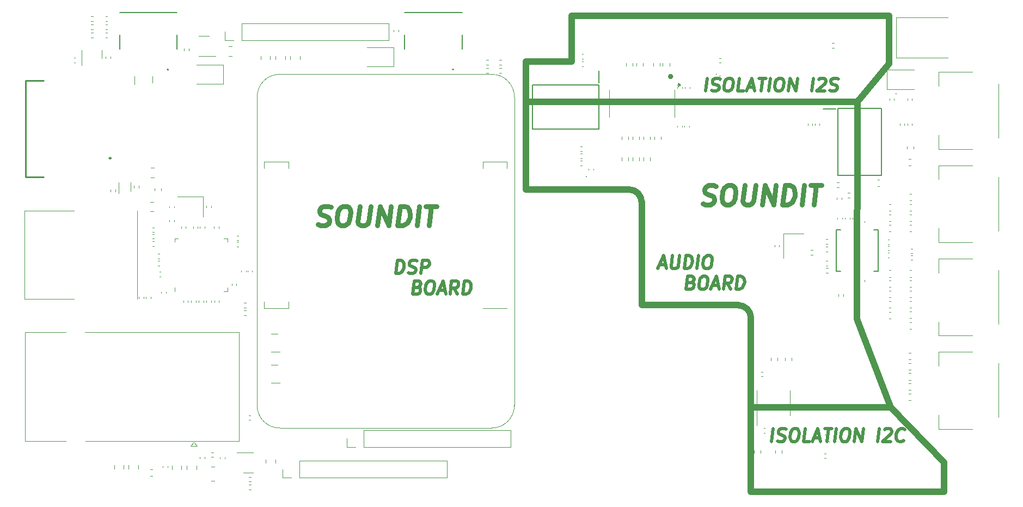
<source format=gbr>
%TF.GenerationSoftware,KiCad,Pcbnew,(6.0.8)*%
%TF.CreationDate,2022-12-14T13:01:19+09:00*%
%TF.ProjectId,audio,61756469-6f2e-46b6-9963-61645f706362,rev?*%
%TF.SameCoordinates,Original*%
%TF.FileFunction,Legend,Top*%
%TF.FilePolarity,Positive*%
%FSLAX46Y46*%
G04 Gerber Fmt 4.6, Leading zero omitted, Abs format (unit mm)*
G04 Created by KiCad (PCBNEW (6.0.8)) date 2022-12-14 13:01:19*
%MOMM*%
%LPD*%
G01*
G04 APERTURE LIST*
%ADD10C,1.000000*%
%ADD11C,0.750000*%
%ADD12C,0.500000*%
%ADD13C,0.150000*%
%ADD14C,0.120000*%
%ADD15C,0.100000*%
%ADD16C,0.127000*%
%ADD17C,0.200000*%
%ADD18C,0.254000*%
%ADD19C,0.420555*%
G04 APERTURE END LIST*
D10*
X94500000Y-29500000D02*
G75*
G03*
X92500000Y-27500000I-2000000J0D01*
G01*
X141500000Y-74500000D02*
X111500000Y-74500000D01*
X92500000Y-27500000D02*
X76500000Y-27500000D01*
X76500000Y-7600000D02*
X83600000Y-7600000D01*
X83600000Y-500000D02*
X133000000Y-500000D01*
X111500000Y-47500000D02*
G75*
G03*
X109500000Y-45500000I-2000000J0D01*
G01*
X111600000Y-61400000D02*
X133200000Y-61400000D01*
X128000000Y-47700000D02*
X128100000Y-13900000D01*
X109500000Y-45500000D02*
X94500000Y-45500000D01*
X133000000Y-8000000D02*
X133000000Y-500000D01*
X128000000Y-14000000D02*
X133000000Y-8000000D01*
X133200000Y-61400000D02*
X128000000Y-47700000D01*
X128100000Y-13900000D02*
X76500000Y-13900000D01*
X141500000Y-69900000D02*
X133200000Y-61400000D01*
X83600000Y-7600000D02*
X83600000Y-500000D01*
X141500000Y-69900000D02*
X141500000Y-74500000D01*
X111500000Y-47500000D02*
X111500000Y-74500000D01*
X76500000Y-27500000D02*
X76500000Y-7600000D01*
X94500000Y-45500000D02*
X94500000Y-29500000D01*
D11*
X104005267Y-29714285D02*
X104415982Y-29857142D01*
X105130267Y-29857142D01*
X105433839Y-29714285D01*
X105594553Y-29571428D01*
X105773125Y-29285714D01*
X105808839Y-29000000D01*
X105701696Y-28714285D01*
X105576696Y-28571428D01*
X105308839Y-28428571D01*
X104755267Y-28285714D01*
X104487410Y-28142857D01*
X104362410Y-28000000D01*
X104255267Y-27714285D01*
X104290982Y-27428571D01*
X104469553Y-27142857D01*
X104630267Y-27000000D01*
X104933839Y-26857142D01*
X105648125Y-26857142D01*
X106058839Y-27000000D01*
X107933839Y-26857142D02*
X108505267Y-26857142D01*
X108773125Y-27000000D01*
X109023125Y-27285714D01*
X109094553Y-27857142D01*
X108969553Y-28857142D01*
X108755267Y-29428571D01*
X108433839Y-29714285D01*
X108130267Y-29857142D01*
X107558839Y-29857142D01*
X107290982Y-29714285D01*
X107040982Y-29428571D01*
X106969553Y-28857142D01*
X107094553Y-27857142D01*
X107308839Y-27285714D01*
X107630267Y-27000000D01*
X107933839Y-26857142D01*
X110505267Y-26857142D02*
X110201696Y-29285714D01*
X110308839Y-29571428D01*
X110433839Y-29714285D01*
X110701696Y-29857142D01*
X111273125Y-29857142D01*
X111576696Y-29714285D01*
X111737410Y-29571428D01*
X111915982Y-29285714D01*
X112219553Y-26857142D01*
X113273125Y-29857142D02*
X113648125Y-26857142D01*
X114987410Y-29857142D01*
X115362410Y-26857142D01*
X116415982Y-29857142D02*
X116790982Y-26857142D01*
X117505267Y-26857142D01*
X117915982Y-27000000D01*
X118165982Y-27285714D01*
X118273125Y-27571428D01*
X118344553Y-28142857D01*
X118290982Y-28571428D01*
X118076696Y-29142857D01*
X117898125Y-29428571D01*
X117576696Y-29714285D01*
X117130267Y-29857142D01*
X116415982Y-29857142D01*
X119415982Y-29857142D02*
X119790982Y-26857142D01*
X120790982Y-26857142D02*
X122505267Y-26857142D01*
X121273125Y-29857142D02*
X121648125Y-26857142D01*
D12*
X56262559Y-40544761D02*
X56512559Y-38544761D01*
X56988750Y-38544761D01*
X57262559Y-38640000D01*
X57429226Y-38830476D01*
X57500654Y-39020952D01*
X57548273Y-39401904D01*
X57512559Y-39687619D01*
X57369702Y-40068571D01*
X57250654Y-40259047D01*
X57036369Y-40449523D01*
X56738750Y-40544761D01*
X56262559Y-40544761D01*
X58179226Y-40449523D02*
X58453035Y-40544761D01*
X58929226Y-40544761D01*
X59131607Y-40449523D01*
X59238750Y-40354285D01*
X59357797Y-40163809D01*
X59381607Y-39973333D01*
X59310178Y-39782857D01*
X59226845Y-39687619D01*
X59048273Y-39592380D01*
X58679226Y-39497142D01*
X58500654Y-39401904D01*
X58417321Y-39306666D01*
X58345892Y-39116190D01*
X58369702Y-38925714D01*
X58488750Y-38735238D01*
X58595892Y-38640000D01*
X58798273Y-38544761D01*
X59274464Y-38544761D01*
X59548273Y-38640000D01*
X60167321Y-40544761D02*
X60417321Y-38544761D01*
X61179226Y-38544761D01*
X61357797Y-38640000D01*
X61441130Y-38735238D01*
X61512559Y-38925714D01*
X61476845Y-39211428D01*
X61357797Y-39401904D01*
X61250654Y-39497142D01*
X61048273Y-39592380D01*
X60286369Y-39592380D01*
X59679226Y-42717142D02*
X59953035Y-42812380D01*
X60036369Y-42907619D01*
X60107797Y-43098095D01*
X60072083Y-43383809D01*
X59953035Y-43574285D01*
X59845892Y-43669523D01*
X59643511Y-43764761D01*
X58881607Y-43764761D01*
X59131607Y-41764761D01*
X59798273Y-41764761D01*
X59976845Y-41860000D01*
X60060178Y-41955238D01*
X60131607Y-42145714D01*
X60107797Y-42336190D01*
X59988750Y-42526666D01*
X59881607Y-42621904D01*
X59679226Y-42717142D01*
X59012559Y-42717142D01*
X61512559Y-41764761D02*
X61893511Y-41764761D01*
X62072083Y-41860000D01*
X62238750Y-42050476D01*
X62286369Y-42431428D01*
X62203035Y-43098095D01*
X62060178Y-43479047D01*
X61845892Y-43669523D01*
X61643511Y-43764761D01*
X61262559Y-43764761D01*
X61083988Y-43669523D01*
X60917321Y-43479047D01*
X60869702Y-43098095D01*
X60953035Y-42431428D01*
X61095892Y-42050476D01*
X61310178Y-41860000D01*
X61512559Y-41764761D01*
X62953035Y-43193333D02*
X63905416Y-43193333D01*
X62691130Y-43764761D02*
X63607797Y-41764761D01*
X64024464Y-43764761D01*
X65833988Y-43764761D02*
X65286369Y-42812380D01*
X64691130Y-43764761D02*
X64941130Y-41764761D01*
X65703035Y-41764761D01*
X65881607Y-41860000D01*
X65964940Y-41955238D01*
X66036369Y-42145714D01*
X66000654Y-42431428D01*
X65881607Y-42621904D01*
X65774464Y-42717142D01*
X65572083Y-42812380D01*
X64810178Y-42812380D01*
X66691130Y-43764761D02*
X66941130Y-41764761D01*
X67417321Y-41764761D01*
X67691130Y-41860000D01*
X67857797Y-42050476D01*
X67929226Y-42240952D01*
X67976845Y-42621904D01*
X67941130Y-42907619D01*
X67798273Y-43288571D01*
X67679226Y-43479047D01*
X67464940Y-43669523D01*
X67167321Y-43764761D01*
X66691130Y-43764761D01*
X104467797Y-12204761D02*
X104717797Y-10204761D01*
X105336845Y-12109523D02*
X105610654Y-12204761D01*
X106086845Y-12204761D01*
X106289226Y-12109523D01*
X106396369Y-12014285D01*
X106515416Y-11823809D01*
X106539226Y-11633333D01*
X106467797Y-11442857D01*
X106384464Y-11347619D01*
X106205892Y-11252380D01*
X105836845Y-11157142D01*
X105658273Y-11061904D01*
X105574940Y-10966666D01*
X105503511Y-10776190D01*
X105527321Y-10585714D01*
X105646369Y-10395238D01*
X105753511Y-10300000D01*
X105955892Y-10204761D01*
X106432083Y-10204761D01*
X106705892Y-10300000D01*
X107955892Y-10204761D02*
X108336845Y-10204761D01*
X108515416Y-10300000D01*
X108682083Y-10490476D01*
X108729702Y-10871428D01*
X108646369Y-11538095D01*
X108503511Y-11919047D01*
X108289226Y-12109523D01*
X108086845Y-12204761D01*
X107705892Y-12204761D01*
X107527321Y-12109523D01*
X107360654Y-11919047D01*
X107313035Y-11538095D01*
X107396369Y-10871428D01*
X107539226Y-10490476D01*
X107753511Y-10300000D01*
X107955892Y-10204761D01*
X110372559Y-12204761D02*
X109420178Y-12204761D01*
X109670178Y-10204761D01*
X111015416Y-11633333D02*
X111967797Y-11633333D01*
X110753511Y-12204761D02*
X111670178Y-10204761D01*
X112086845Y-12204761D01*
X112717797Y-10204761D02*
X113860654Y-10204761D01*
X113039226Y-12204761D02*
X113289226Y-10204761D01*
X114277321Y-12204761D02*
X114527321Y-10204761D01*
X115860654Y-10204761D02*
X116241607Y-10204761D01*
X116420178Y-10300000D01*
X116586845Y-10490476D01*
X116634464Y-10871428D01*
X116551130Y-11538095D01*
X116408273Y-11919047D01*
X116193988Y-12109523D01*
X115991607Y-12204761D01*
X115610654Y-12204761D01*
X115432083Y-12109523D01*
X115265416Y-11919047D01*
X115217797Y-11538095D01*
X115301130Y-10871428D01*
X115443988Y-10490476D01*
X115658273Y-10300000D01*
X115860654Y-10204761D01*
X117324940Y-12204761D02*
X117574940Y-10204761D01*
X118467797Y-12204761D01*
X118717797Y-10204761D01*
X120943988Y-12204761D02*
X121193988Y-10204761D01*
X122027321Y-10395238D02*
X122134464Y-10300000D01*
X122336845Y-10204761D01*
X122813035Y-10204761D01*
X122991607Y-10300000D01*
X123074940Y-10395238D01*
X123146369Y-10585714D01*
X123122559Y-10776190D01*
X122991607Y-11061904D01*
X121705892Y-12204761D01*
X122943988Y-12204761D01*
X123717797Y-12109523D02*
X123991607Y-12204761D01*
X124467797Y-12204761D01*
X124670178Y-12109523D01*
X124777321Y-12014285D01*
X124896369Y-11823809D01*
X124920178Y-11633333D01*
X124848750Y-11442857D01*
X124765416Y-11347619D01*
X124586845Y-11252380D01*
X124217797Y-11157142D01*
X124039226Y-11061904D01*
X123955892Y-10966666D01*
X123884464Y-10776190D01*
X123908273Y-10585714D01*
X124027321Y-10395238D01*
X124134464Y-10300000D01*
X124336845Y-10204761D01*
X124813035Y-10204761D01*
X125086845Y-10300000D01*
X114720178Y-66704761D02*
X114970178Y-64704761D01*
X115589226Y-66609523D02*
X115863035Y-66704761D01*
X116339226Y-66704761D01*
X116541607Y-66609523D01*
X116648750Y-66514285D01*
X116767797Y-66323809D01*
X116791607Y-66133333D01*
X116720178Y-65942857D01*
X116636845Y-65847619D01*
X116458273Y-65752380D01*
X116089226Y-65657142D01*
X115910654Y-65561904D01*
X115827321Y-65466666D01*
X115755892Y-65276190D01*
X115779702Y-65085714D01*
X115898750Y-64895238D01*
X116005892Y-64800000D01*
X116208273Y-64704761D01*
X116684464Y-64704761D01*
X116958273Y-64800000D01*
X118208273Y-64704761D02*
X118589226Y-64704761D01*
X118767797Y-64800000D01*
X118934464Y-64990476D01*
X118982083Y-65371428D01*
X118898750Y-66038095D01*
X118755892Y-66419047D01*
X118541607Y-66609523D01*
X118339226Y-66704761D01*
X117958273Y-66704761D01*
X117779702Y-66609523D01*
X117613035Y-66419047D01*
X117565416Y-66038095D01*
X117648750Y-65371428D01*
X117791607Y-64990476D01*
X118005892Y-64800000D01*
X118208273Y-64704761D01*
X120624940Y-66704761D02*
X119672559Y-66704761D01*
X119922559Y-64704761D01*
X121267797Y-66133333D02*
X122220178Y-66133333D01*
X121005892Y-66704761D02*
X121922559Y-64704761D01*
X122339226Y-66704761D01*
X122970178Y-64704761D02*
X124113035Y-64704761D01*
X123291607Y-66704761D02*
X123541607Y-64704761D01*
X124529702Y-66704761D02*
X124779702Y-64704761D01*
X126113035Y-64704761D02*
X126493988Y-64704761D01*
X126672559Y-64800000D01*
X126839226Y-64990476D01*
X126886845Y-65371428D01*
X126803511Y-66038095D01*
X126660654Y-66419047D01*
X126446369Y-66609523D01*
X126243988Y-66704761D01*
X125863035Y-66704761D01*
X125684464Y-66609523D01*
X125517797Y-66419047D01*
X125470178Y-66038095D01*
X125553511Y-65371428D01*
X125696369Y-64990476D01*
X125910654Y-64800000D01*
X126113035Y-64704761D01*
X127577321Y-66704761D02*
X127827321Y-64704761D01*
X128720178Y-66704761D01*
X128970178Y-64704761D01*
X131196369Y-66704761D02*
X131446369Y-64704761D01*
X132279702Y-64895238D02*
X132386845Y-64800000D01*
X132589226Y-64704761D01*
X133065416Y-64704761D01*
X133243988Y-64800000D01*
X133327321Y-64895238D01*
X133398750Y-65085714D01*
X133374940Y-65276190D01*
X133243988Y-65561904D01*
X131958273Y-66704761D01*
X133196369Y-66704761D01*
X135220178Y-66514285D02*
X135113035Y-66609523D01*
X134815416Y-66704761D01*
X134624940Y-66704761D01*
X134351130Y-66609523D01*
X134184464Y-66419047D01*
X134113035Y-66228571D01*
X134065416Y-65847619D01*
X134101130Y-65561904D01*
X134243988Y-65180952D01*
X134363035Y-64990476D01*
X134577321Y-64800000D01*
X134874940Y-64704761D01*
X135065416Y-64704761D01*
X135339226Y-64800000D01*
X135422559Y-64895238D01*
D11*
X44145267Y-32964285D02*
X44555982Y-33107142D01*
X45270267Y-33107142D01*
X45573839Y-32964285D01*
X45734553Y-32821428D01*
X45913125Y-32535714D01*
X45948839Y-32250000D01*
X45841696Y-31964285D01*
X45716696Y-31821428D01*
X45448839Y-31678571D01*
X44895267Y-31535714D01*
X44627410Y-31392857D01*
X44502410Y-31250000D01*
X44395267Y-30964285D01*
X44430982Y-30678571D01*
X44609553Y-30392857D01*
X44770267Y-30250000D01*
X45073839Y-30107142D01*
X45788125Y-30107142D01*
X46198839Y-30250000D01*
X48073839Y-30107142D02*
X48645267Y-30107142D01*
X48913125Y-30250000D01*
X49163125Y-30535714D01*
X49234553Y-31107142D01*
X49109553Y-32107142D01*
X48895267Y-32678571D01*
X48573839Y-32964285D01*
X48270267Y-33107142D01*
X47698839Y-33107142D01*
X47430982Y-32964285D01*
X47180982Y-32678571D01*
X47109553Y-32107142D01*
X47234553Y-31107142D01*
X47448839Y-30535714D01*
X47770267Y-30250000D01*
X48073839Y-30107142D01*
X50645267Y-30107142D02*
X50341696Y-32535714D01*
X50448839Y-32821428D01*
X50573839Y-32964285D01*
X50841696Y-33107142D01*
X51413125Y-33107142D01*
X51716696Y-32964285D01*
X51877410Y-32821428D01*
X52055982Y-32535714D01*
X52359553Y-30107142D01*
X53413125Y-33107142D02*
X53788125Y-30107142D01*
X55127410Y-33107142D01*
X55502410Y-30107142D01*
X56555982Y-33107142D02*
X56930982Y-30107142D01*
X57645267Y-30107142D01*
X58055982Y-30250000D01*
X58305982Y-30535714D01*
X58413125Y-30821428D01*
X58484553Y-31392857D01*
X58430982Y-31821428D01*
X58216696Y-32392857D01*
X58038125Y-32678571D01*
X57716696Y-32964285D01*
X57270267Y-33107142D01*
X56555982Y-33107142D01*
X59555982Y-33107142D02*
X59930982Y-30107142D01*
X60930982Y-30107142D02*
X62645267Y-30107142D01*
X61413125Y-33107142D02*
X61788125Y-30107142D01*
D12*
X97282083Y-39223333D02*
X98234464Y-39223333D01*
X97020178Y-39794761D02*
X97936845Y-37794761D01*
X98353511Y-39794761D01*
X99270178Y-37794761D02*
X99067797Y-39413809D01*
X99139226Y-39604285D01*
X99222559Y-39699523D01*
X99401130Y-39794761D01*
X99782083Y-39794761D01*
X99984464Y-39699523D01*
X100091607Y-39604285D01*
X100210654Y-39413809D01*
X100413035Y-37794761D01*
X101115416Y-39794761D02*
X101365416Y-37794761D01*
X101841607Y-37794761D01*
X102115416Y-37890000D01*
X102282083Y-38080476D01*
X102353511Y-38270952D01*
X102401130Y-38651904D01*
X102365416Y-38937619D01*
X102222559Y-39318571D01*
X102103511Y-39509047D01*
X101889226Y-39699523D01*
X101591607Y-39794761D01*
X101115416Y-39794761D01*
X103115416Y-39794761D02*
X103365416Y-37794761D01*
X104698750Y-37794761D02*
X105079702Y-37794761D01*
X105258273Y-37890000D01*
X105424940Y-38080476D01*
X105472559Y-38461428D01*
X105389226Y-39128095D01*
X105246369Y-39509047D01*
X105032083Y-39699523D01*
X104829702Y-39794761D01*
X104448750Y-39794761D01*
X104270178Y-39699523D01*
X104103511Y-39509047D01*
X104055892Y-39128095D01*
X104139226Y-38461428D01*
X104282083Y-38080476D01*
X104496369Y-37890000D01*
X104698750Y-37794761D01*
X102198750Y-41967142D02*
X102472559Y-42062380D01*
X102555892Y-42157619D01*
X102627321Y-42348095D01*
X102591607Y-42633809D01*
X102472559Y-42824285D01*
X102365416Y-42919523D01*
X102163035Y-43014761D01*
X101401130Y-43014761D01*
X101651130Y-41014761D01*
X102317797Y-41014761D01*
X102496369Y-41110000D01*
X102579702Y-41205238D01*
X102651130Y-41395714D01*
X102627321Y-41586190D01*
X102508273Y-41776666D01*
X102401130Y-41871904D01*
X102198750Y-41967142D01*
X101532083Y-41967142D01*
X104032083Y-41014761D02*
X104413035Y-41014761D01*
X104591607Y-41110000D01*
X104758273Y-41300476D01*
X104805892Y-41681428D01*
X104722559Y-42348095D01*
X104579702Y-42729047D01*
X104365416Y-42919523D01*
X104163035Y-43014761D01*
X103782083Y-43014761D01*
X103603511Y-42919523D01*
X103436845Y-42729047D01*
X103389226Y-42348095D01*
X103472559Y-41681428D01*
X103615416Y-41300476D01*
X103829702Y-41110000D01*
X104032083Y-41014761D01*
X105472559Y-42443333D02*
X106424940Y-42443333D01*
X105210654Y-43014761D02*
X106127321Y-41014761D01*
X106543988Y-43014761D01*
X108353511Y-43014761D02*
X107805892Y-42062380D01*
X107210654Y-43014761D02*
X107460654Y-41014761D01*
X108222559Y-41014761D01*
X108401130Y-41110000D01*
X108484464Y-41205238D01*
X108555892Y-41395714D01*
X108520178Y-41681428D01*
X108401130Y-41871904D01*
X108293988Y-41967142D01*
X108091607Y-42062380D01*
X107329702Y-42062380D01*
X109210654Y-43014761D02*
X109460654Y-41014761D01*
X109936845Y-41014761D01*
X110210654Y-41110000D01*
X110377321Y-41300476D01*
X110448750Y-41490952D01*
X110496369Y-41871904D01*
X110460654Y-42157619D01*
X110317797Y-42538571D01*
X110198750Y-42729047D01*
X109984464Y-42919523D01*
X109686845Y-43014761D01*
X109210654Y-43014761D01*
D13*
%TO.C,U9*%
X100098380Y-11241378D02*
X100336476Y-11241378D01*
X100241238Y-11479473D02*
X100336476Y-11241378D01*
X100241238Y-11003282D01*
X100526952Y-11384235D02*
X100336476Y-11241378D01*
X100526952Y-11098520D01*
X100098380Y-11241378D02*
X100336476Y-11241378D01*
X100241238Y-11479473D02*
X100336476Y-11241378D01*
X100241238Y-11003282D01*
X100526952Y-11384235D02*
X100336476Y-11241378D01*
X100526952Y-11098520D01*
D14*
%TO.C,C10*%
X28760000Y-44792164D02*
X28760000Y-45007836D01*
X28040000Y-44792164D02*
X28040000Y-45007836D01*
%TO.C,R53*%
X91377500Y-19737258D02*
X91377500Y-19262742D01*
X92422500Y-19737258D02*
X92422500Y-19262742D01*
%TO.C,C62*%
X113492164Y-64640000D02*
X113707836Y-64640000D01*
X113492164Y-65360000D02*
X113707836Y-65360000D01*
%TO.C,C78*%
X123165336Y-65650000D02*
X122949664Y-65650000D01*
X123165336Y-66370000D02*
X122949664Y-66370000D01*
%TO.C,R1*%
X33446359Y-73420000D02*
X33753641Y-73420000D01*
X33446359Y-74180000D02*
X33753641Y-74180000D01*
%TO.C,R43*%
X96277500Y-7862742D02*
X96277500Y-8337258D01*
X97322500Y-7862742D02*
X97322500Y-8337258D01*
%TO.C,C51*%
X136392164Y-37740000D02*
X136607836Y-37740000D01*
X136392164Y-38460000D02*
X136607836Y-38460000D01*
%TO.C,C87*%
X136159420Y-32990000D02*
X136440580Y-32990000D01*
X136159420Y-34010000D02*
X136440580Y-34010000D01*
%TO.C,C8*%
X18561252Y-30935000D02*
X18038748Y-30935000D01*
X18561252Y-29465000D02*
X18038748Y-29465000D01*
%TO.C,C57*%
X132792164Y-36040000D02*
X133007836Y-36040000D01*
X132792164Y-35320000D02*
X133007836Y-35320000D01*
D15*
%TO.C,U12*%
X85780000Y-25485000D02*
X85780000Y-25485000D01*
X85880000Y-25485000D02*
X85880000Y-25485000D01*
X85880000Y-25485000D02*
G75*
G03*
X85780000Y-25485000I-50000J0D01*
G01*
X85780000Y-25485000D02*
G75*
G03*
X85880000Y-25485000I50000J0D01*
G01*
D14*
%TO.C,C79*%
X142150000Y-790000D02*
X134090000Y-790000D01*
X134090000Y-790000D02*
X134090000Y-7010000D01*
X134090000Y-7010000D02*
X142150000Y-7010000D01*
%TO.C,C106*%
X136059420Y-23810000D02*
X136340580Y-23810000D01*
X136059420Y-22790000D02*
X136340580Y-22790000D01*
%TO.C,U1*%
X10560000Y-6500000D02*
X10560000Y-5850000D01*
X7440000Y-6500000D02*
X7440000Y-5850000D01*
X10560000Y-6500000D02*
X10560000Y-7150000D01*
X7440000Y-6500000D02*
X7440000Y-8175000D01*
%TO.C,R33*%
X127746359Y-43220000D02*
X128053641Y-43220000D01*
X127746359Y-43980000D02*
X128053641Y-43980000D01*
%TO.C,C18*%
X39865000Y-7261252D02*
X39865000Y-6738748D01*
X41335000Y-7261252D02*
X41335000Y-6738748D01*
%TO.C,C21*%
X20760000Y-70707836D02*
X20760000Y-70492164D01*
X20040000Y-70707836D02*
X20040000Y-70492164D01*
%TO.C,U8*%
X33320000Y-71530000D02*
X34120000Y-71530000D01*
X33320000Y-68410000D02*
X31520000Y-68410000D01*
X33320000Y-68410000D02*
X34120000Y-68410000D01*
X33320000Y-71530000D02*
X32520000Y-71530000D01*
%TO.C,C112*%
X136159420Y-29210000D02*
X136440580Y-29210000D01*
X136159420Y-28190000D02*
X136440580Y-28190000D01*
%TO.C,C109*%
X133240580Y-32410000D02*
X132959420Y-32410000D01*
X133240580Y-31390000D02*
X132959420Y-31390000D01*
D15*
%TO.C,J14*%
X145925000Y-21250000D02*
X140700000Y-21250000D01*
X145925000Y-9250000D02*
X140700000Y-9250000D01*
X149950000Y-19450000D02*
X149950000Y-11050000D01*
X140700000Y-21250000D02*
X140700000Y-19050000D01*
X140700000Y-9250000D02*
X140700000Y-11450000D01*
D14*
%TO.C,C2*%
X11140000Y-7107836D02*
X11140000Y-6892164D01*
X11860000Y-7107836D02*
X11860000Y-6892164D01*
%TO.C,C38*%
X17410000Y-44417836D02*
X17410000Y-44202164D01*
X18130000Y-44417836D02*
X18130000Y-44202164D01*
%TO.C,R49*%
X116777500Y-54137258D02*
X116777500Y-53662742D01*
X117822500Y-54137258D02*
X117822500Y-53662742D01*
%TO.C,C68*%
X120340000Y-17507836D02*
X120340000Y-17292164D01*
X121060000Y-17507836D02*
X121060000Y-17292164D01*
%TO.C,C37*%
X16310000Y-44417836D02*
X16310000Y-44202164D01*
X17030000Y-44417836D02*
X17030000Y-44202164D01*
%TO.C,C97*%
X136340580Y-56090000D02*
X136059420Y-56090000D01*
X136340580Y-57110000D02*
X136059420Y-57110000D01*
D16*
%TO.C,J5*%
X66570000Y20000D02*
X57630000Y20000D01*
X57630000Y-3450000D02*
X57630000Y-5650000D01*
X66570000Y-3450000D02*
X66570000Y-5650000D01*
D17*
X65248000Y-8830000D02*
G75*
G03*
X65248000Y-8830000I-100000J0D01*
G01*
D14*
%TO.C,J2*%
X25377500Y-67387500D02*
X24377500Y-67387500D01*
X24377500Y-67387500D02*
X24877500Y-66787500D01*
X25377500Y-67387500D02*
X24877500Y-66787500D01*
X-1372500Y-49667500D02*
X-1372500Y-66657500D01*
X31847500Y-49667500D02*
X31847500Y-66657500D01*
X7957500Y-49667500D02*
X31847500Y-49667500D01*
X31847500Y-66657500D02*
X7967500Y-66657500D01*
X-1372500Y-66657500D02*
X4957500Y-66657500D01*
X-1372500Y-49667500D02*
X4967500Y-49667500D01*
%TO.C,Y1*%
X26300000Y-28590000D02*
X22300000Y-28590000D01*
X26300000Y-31790000D02*
X26300000Y-28590000D01*
%TO.C,C25*%
X36735000Y-7261252D02*
X36735000Y-6738748D01*
X35265000Y-7261252D02*
X35265000Y-6738748D01*
%TO.C,C41*%
X84992164Y-23760000D02*
X85207836Y-23760000D01*
X84992164Y-23040000D02*
X85207836Y-23040000D01*
%TO.C,C14*%
X25250000Y-11110000D02*
X29460000Y-11110000D01*
X29460000Y-8090000D02*
X25250000Y-8090000D01*
X29460000Y-11110000D02*
X29460000Y-8090000D01*
%TO.C,R14*%
X8846359Y-3120000D02*
X9153641Y-3120000D01*
X8846359Y-3880000D02*
X9153641Y-3880000D01*
%TO.C,C5*%
X32950000Y-40122164D02*
X32950000Y-40337836D01*
X32230000Y-40122164D02*
X32230000Y-40337836D01*
%TO.C,C22*%
X19497836Y-37510000D02*
X19282164Y-37510000D01*
X19497836Y-38230000D02*
X19282164Y-38230000D01*
%TO.C,C73*%
X51750000Y-8410000D02*
X55960000Y-8410000D01*
X55960000Y-8410000D02*
X55960000Y-5390000D01*
X55960000Y-5390000D02*
X51750000Y-5390000D01*
%TO.C,R35*%
X124106359Y-4710000D02*
X124413641Y-4710000D01*
X124106359Y-5470000D02*
X124413641Y-5470000D01*
%TO.C,C71*%
X134665000Y-17507836D02*
X134665000Y-17292164D01*
X135385000Y-17507836D02*
X135385000Y-17292164D01*
%TO.C,CM4_MODULE1*%
X39590000Y-46000000D02*
X39590000Y-45000000D01*
X39590000Y-23200000D02*
X35810000Y-23200000D01*
X69810000Y-23200000D02*
X69810000Y-24200000D01*
X38200000Y-64600000D02*
X71200000Y-64600000D01*
X73510000Y-46000000D02*
X69810000Y-46000000D01*
X39590000Y-23200000D02*
X39590000Y-24200000D01*
X74700000Y-61100000D02*
X74700000Y-13100000D01*
X39590000Y-46000000D02*
X35810000Y-46000000D01*
X71200000Y-9600000D02*
X38200000Y-9600000D01*
X73510000Y-23200000D02*
X69810000Y-23200000D01*
X34700000Y-13100000D02*
X34700000Y-61100000D01*
X35810000Y-46000000D02*
X35810000Y-45000000D01*
X35810000Y-23200000D02*
X35810000Y-24200000D01*
X73510000Y-23200000D02*
X73510000Y-24200000D01*
X74700000Y-13100000D02*
G75*
G03*
X71200000Y-9600000I-3499999J1D01*
G01*
X34700000Y-61100000D02*
G75*
G03*
X38200000Y-64600000I3500000J0D01*
G01*
X71200000Y-64600000D02*
G75*
G03*
X74700000Y-61100000I1J3499999D01*
G01*
X38200000Y-9600000D02*
G75*
G03*
X34700000Y-13100000I0J-3500000D01*
G01*
%TO.C,U5*%
X36890000Y-54740000D02*
X37890000Y-54740000D01*
X36890000Y-57540000D02*
X38190000Y-57540000D01*
%TO.C,C3*%
X30238748Y-6735000D02*
X30761252Y-6735000D01*
X30238748Y-5265000D02*
X30761252Y-5265000D01*
%TO.C,C54*%
X128440000Y-41592164D02*
X128440000Y-41807836D01*
X129160000Y-41592164D02*
X129160000Y-41807836D01*
%TO.C,C13*%
X31490000Y-42162164D02*
X31490000Y-42377836D01*
X30770000Y-42162164D02*
X30770000Y-42377836D01*
%TO.C,J6*%
X55190000Y-4330000D02*
X55190000Y-1670000D01*
X32270000Y-1670000D02*
X55190000Y-1670000D01*
X32270000Y-4330000D02*
X32270000Y-1670000D01*
X32270000Y-4330000D02*
X55190000Y-4330000D01*
X31000000Y-4330000D02*
X29670000Y-4330000D01*
X29670000Y-4330000D02*
X29670000Y-3000000D01*
%TO.C,C46*%
X123407836Y-35240000D02*
X123192164Y-35240000D01*
X123407836Y-35960000D02*
X123192164Y-35960000D01*
%TO.C,C76*%
X106552164Y-9860000D02*
X106767836Y-9860000D01*
X106552164Y-10580000D02*
X106767836Y-10580000D01*
%TO.C,R48*%
X115622500Y-54137258D02*
X115622500Y-53662742D01*
X114577500Y-54137258D02*
X114577500Y-53662742D01*
D15*
%TO.C,U13*%
X106080000Y-9620000D02*
X106080000Y-9620000D01*
X106080000Y-9520000D02*
X106080000Y-9520000D01*
X106080000Y-9520000D02*
G75*
G03*
X106080000Y-9620000I0J-50000D01*
G01*
X106080000Y-9620000D02*
G75*
G03*
X106080000Y-9520000I0J50000D01*
G01*
D14*
%TO.C,C115*%
X136810000Y-21140580D02*
X136810000Y-20859420D01*
X135790000Y-21140580D02*
X135790000Y-20859420D01*
%TO.C,C45*%
X128060000Y-32107836D02*
X128060000Y-31892164D01*
X127340000Y-32107836D02*
X127340000Y-31892164D01*
%TO.C,R25*%
X128237258Y-29277500D02*
X127762742Y-29277500D01*
X128237258Y-30322500D02*
X127762742Y-30322500D01*
%TO.C,C86*%
X133240580Y-42710000D02*
X132959420Y-42710000D01*
X133240580Y-41690000D02*
X132959420Y-41690000D01*
%TO.C,R11*%
X32646359Y-45120000D02*
X32953641Y-45120000D01*
X32646359Y-45880000D02*
X32953641Y-45880000D01*
%TO.C,R27*%
X120776359Y-37670000D02*
X121083641Y-37670000D01*
X120776359Y-36910000D02*
X121083641Y-36910000D01*
%TO.C,C1*%
X6407836Y-7760000D02*
X6192164Y-7760000D01*
X6407836Y-7040000D02*
X6192164Y-7040000D01*
%TO.C,J3*%
X6200000Y-44560000D02*
X-1440000Y-44560000D01*
X-1440000Y-30780000D02*
X6200000Y-30780000D01*
X-1440000Y-30780000D02*
X-1440000Y-44560000D01*
X16060000Y-30780000D02*
X16060000Y-44560000D01*
%TO.C,J10*%
X74150000Y-67580000D02*
X74150000Y-64920000D01*
X51230000Y-64920000D02*
X74150000Y-64920000D01*
X51230000Y-67580000D02*
X74150000Y-67580000D01*
X49960000Y-67580000D02*
X48630000Y-67580000D01*
X51230000Y-67580000D02*
X51230000Y-64920000D01*
X48630000Y-67580000D02*
X48630000Y-66250000D01*
%TO.C,R44*%
X94722500Y-7862742D02*
X94722500Y-8337258D01*
X93677500Y-7862742D02*
X93677500Y-8337258D01*
%TO.C,C96*%
X136340580Y-58710000D02*
X136059420Y-58710000D01*
X136340580Y-57690000D02*
X136059420Y-57690000D01*
%TO.C,U6*%
X36915000Y-49930000D02*
X37915000Y-49930000D01*
X36915000Y-52730000D02*
X38215000Y-52730000D01*
%TO.C,C44*%
X124940000Y-32107836D02*
X124940000Y-31892164D01*
X125660000Y-32107836D02*
X125660000Y-31892164D01*
%TO.C,R21*%
X72346359Y-8620000D02*
X72653641Y-8620000D01*
X72346359Y-9380000D02*
X72653641Y-9380000D01*
%TO.C,C82*%
X132640000Y-8890000D02*
X132640000Y-11910000D01*
X132640000Y-11910000D02*
X136850000Y-11910000D01*
X136850000Y-8890000D02*
X132640000Y-8890000D01*
%TO.C,C15*%
X31582164Y-35400000D02*
X31797836Y-35400000D01*
X31582164Y-34680000D02*
X31797836Y-34680000D01*
%TO.C,R18*%
X11096359Y-1380000D02*
X11403641Y-1380000D01*
X11096359Y-620000D02*
X11403641Y-620000D01*
%TO.C,C58*%
X101960000Y-11592164D02*
X101960000Y-11807836D01*
X101240000Y-11592164D02*
X101240000Y-11807836D01*
%TO.C,C63*%
X84992164Y-20840000D02*
X85207836Y-20840000D01*
X84992164Y-21560000D02*
X85207836Y-21560000D01*
%TO.C,R46*%
X111977500Y-68062742D02*
X111977500Y-68537258D01*
X113022500Y-68062742D02*
X113022500Y-68537258D01*
%TO.C,R51*%
X93077500Y-19737258D02*
X93077500Y-19262742D01*
X94122500Y-19737258D02*
X94122500Y-19262742D01*
%TO.C,C33*%
X26360000Y-44792164D02*
X26360000Y-45007836D01*
X25640000Y-44792164D02*
X25640000Y-45007836D01*
%TO.C,C77*%
X123135336Y-68560000D02*
X122919664Y-68560000D01*
X123135336Y-69280000D02*
X122919664Y-69280000D01*
%TO.C,C65*%
X113307836Y-56560000D02*
X113092164Y-56560000D01*
X113307836Y-55840000D02*
X113092164Y-55840000D01*
%TO.C,R20*%
X70346359Y-8130000D02*
X70653641Y-8130000D01*
X70346359Y-7370000D02*
X70653641Y-7370000D01*
D15*
%TO.C,U11*%
X134100000Y-12600000D02*
X134100000Y-12600000D01*
X134000000Y-12600000D02*
X134000000Y-12600000D01*
X134000000Y-12600000D02*
G75*
G03*
X134100000Y-12600000I50000J0D01*
G01*
X134100000Y-12600000D02*
G75*
G03*
X134000000Y-12600000I-50000J0D01*
G01*
D14*
%TO.C,C99*%
X136159420Y-31390000D02*
X136440580Y-31390000D01*
X136159420Y-32410000D02*
X136440580Y-32410000D01*
%TO.C,U7*%
X15620000Y-9910000D02*
X15620000Y-11210000D01*
X18420000Y-9910000D02*
X18420000Y-10910000D01*
%TO.C,R24*%
X126853641Y-28020000D02*
X126546359Y-28020000D01*
X126853641Y-28780000D02*
X126546359Y-28780000D01*
%TO.C,C60*%
X85192164Y-6440000D02*
X85407836Y-6440000D01*
X85192164Y-7160000D02*
X85407836Y-7160000D01*
%TO.C,C108*%
X133240580Y-29790000D02*
X132959420Y-29790000D01*
X133240580Y-30810000D02*
X132959420Y-30810000D01*
D15*
%TO.C,J13*%
X145925000Y-35750000D02*
X140700000Y-35750000D01*
X145925000Y-23750000D02*
X140700000Y-23750000D01*
X140700000Y-23750000D02*
X140700000Y-25950000D01*
X140700000Y-35750000D02*
X140700000Y-33550000D01*
X149950000Y-33950000D02*
X149950000Y-25550000D01*
D14*
%TO.C,R12*%
X11403641Y-3120000D02*
X11096359Y-3120000D01*
X11403641Y-3880000D02*
X11096359Y-3880000D01*
%TO.C,R45*%
X93122500Y-7862742D02*
X93122500Y-8337258D01*
X92077500Y-7862742D02*
X92077500Y-8337258D01*
%TO.C,C53*%
X132792164Y-38060000D02*
X133007836Y-38060000D01*
X132792164Y-37340000D02*
X133007836Y-37340000D01*
%TO.C,R50*%
X96477500Y-19737258D02*
X96477500Y-19262742D01*
X97522500Y-19737258D02*
X97522500Y-19262742D01*
%TO.C,C61*%
X85192164Y-8360000D02*
X85407836Y-8360000D01*
X85192164Y-7640000D02*
X85407836Y-7640000D01*
%TO.C,R7*%
X25790000Y-69046359D02*
X25790000Y-69353641D01*
X26550000Y-69046359D02*
X26550000Y-69353641D01*
%TO.C,R22*%
X72653641Y-7370000D02*
X72346359Y-7370000D01*
X72653641Y-8130000D02*
X72346359Y-8130000D01*
%TO.C,C17*%
X25235000Y-71001252D02*
X25235000Y-70478748D01*
X23765000Y-71001252D02*
X23765000Y-70478748D01*
%TO.C,C35*%
X18422164Y-34150000D02*
X18637836Y-34150000D01*
X18422164Y-33430000D02*
X18637836Y-33430000D01*
%TO.C,R13*%
X11096359Y-1870000D02*
X11403641Y-1870000D01*
X11096359Y-2630000D02*
X11403641Y-2630000D01*
%TO.C,R31*%
X124820000Y-28746359D02*
X124820000Y-29053641D01*
X125580000Y-28746359D02*
X125580000Y-29053641D01*
%TO.C,C66*%
X101140000Y-17592164D02*
X101140000Y-17807836D01*
X101860000Y-17592164D02*
X101860000Y-17807836D01*
%TO.C,L1*%
X18790000Y-27337221D02*
X18790000Y-27662779D01*
X19810000Y-27337221D02*
X19810000Y-27662779D01*
D15*
%TO.C,U14*%
X123632500Y-66690000D02*
X123632500Y-66690000D01*
X123632500Y-66790000D02*
X123632500Y-66790000D01*
X123632500Y-66790000D02*
G75*
G03*
X123632500Y-66690000I0J50000D01*
G01*
X123632500Y-66690000D02*
G75*
G03*
X123632500Y-66790000I0J-50000D01*
G01*
D14*
%TO.C,C47*%
X123407836Y-38640000D02*
X123192164Y-38640000D01*
X123407836Y-39360000D02*
X123192164Y-39360000D01*
%TO.C,C103*%
X131159420Y-27010000D02*
X131440580Y-27010000D01*
X131159420Y-25990000D02*
X131440580Y-25990000D01*
D15*
%TO.C,J12*%
X145925000Y-38250000D02*
X140700000Y-38250000D01*
X140700000Y-38250000D02*
X140700000Y-40450000D01*
X140700000Y-50250000D02*
X140700000Y-48050000D01*
X149950000Y-48450000D02*
X149950000Y-40050000D01*
X145925000Y-50250000D02*
X140700000Y-50250000D01*
D14*
%TO.C,R5*%
X24130000Y-5596359D02*
X24130000Y-5903641D01*
X23370000Y-5596359D02*
X23370000Y-5903641D01*
%TO.C,R3*%
X12640000Y-27843641D02*
X12640000Y-27536359D01*
X11880000Y-27843641D02*
X11880000Y-27536359D01*
%TO.C,C50*%
X135840000Y-13392164D02*
X135840000Y-13607836D01*
X136560000Y-13392164D02*
X136560000Y-13607836D01*
%TO.C,C30*%
X19507836Y-39360000D02*
X19292164Y-39360000D01*
X19507836Y-38640000D02*
X19292164Y-38640000D01*
%TO.C,R26*%
X125900000Y-44073641D02*
X125900000Y-43766359D01*
X125140000Y-44073641D02*
X125140000Y-43766359D01*
%TO.C,R6*%
X27566359Y-68370000D02*
X27873641Y-68370000D01*
X27566359Y-69130000D02*
X27873641Y-69130000D01*
%TO.C,C89*%
X136159420Y-45910000D02*
X136440580Y-45910000D01*
X136159420Y-44890000D02*
X136440580Y-44890000D01*
%TO.C,R23*%
X125153641Y-26420000D02*
X124846359Y-26420000D01*
X125153641Y-27180000D02*
X124846359Y-27180000D01*
%TO.C,C80*%
X136159420Y-42710000D02*
X136440580Y-42710000D01*
X136159420Y-41690000D02*
X136440580Y-41690000D01*
%TO.C,R42*%
X97777500Y-7862742D02*
X97777500Y-8337258D01*
X98822500Y-7862742D02*
X98822500Y-8337258D01*
%TO.C,R2*%
X33753641Y-72940000D02*
X33446359Y-72940000D01*
X33753641Y-72180000D02*
X33446359Y-72180000D01*
%TO.C,C29*%
X18637836Y-36290000D02*
X18422164Y-36290000D01*
X18637836Y-35570000D02*
X18422164Y-35570000D01*
%TO.C,R34*%
X127746359Y-45680000D02*
X128053641Y-45680000D01*
X127746359Y-44920000D02*
X128053641Y-44920000D01*
%TO.C,C72*%
X27560000Y-44792164D02*
X27560000Y-45007836D01*
X26840000Y-44792164D02*
X26840000Y-45007836D01*
%TO.C,R52*%
X95822500Y-19737258D02*
X95822500Y-19262742D01*
X94777500Y-19737258D02*
X94777500Y-19262742D01*
%TO.C,C59*%
X100040000Y-11807836D02*
X100040000Y-11592164D01*
X100760000Y-11807836D02*
X100760000Y-11592164D01*
%TO.C,U2*%
X117560000Y-60700000D02*
X117560000Y-62650000D01*
X112440000Y-60700000D02*
X112440000Y-64150000D01*
X117560000Y-60700000D02*
X117560000Y-58750000D01*
X112440000Y-60700000D02*
X112440000Y-58750000D01*
%TO.C,C36*%
X18422164Y-34430000D02*
X18637836Y-34430000D01*
X18422164Y-35150000D02*
X18637836Y-35150000D01*
%TO.C,C90*%
X136159420Y-47510000D02*
X136440580Y-47510000D01*
X136159420Y-46490000D02*
X136440580Y-46490000D01*
%TO.C,Q1*%
X13200000Y-28100000D02*
X13200000Y-26450000D01*
X15000000Y-26450000D02*
X15000000Y-27750000D01*
%TO.C,C55*%
X128440000Y-32607836D02*
X128440000Y-32392164D01*
X129160000Y-32607836D02*
X129160000Y-32392164D01*
%TO.C,C20*%
X37565000Y-7261252D02*
X37565000Y-6738748D01*
X39035000Y-7261252D02*
X39035000Y-6738748D01*
%TO.C,R36*%
X56650000Y-2983641D02*
X56650000Y-2676359D01*
X55890000Y-2983641D02*
X55890000Y-2676359D01*
%TO.C,C52*%
X136392164Y-37460000D02*
X136607836Y-37460000D01*
X136392164Y-36740000D02*
X136607836Y-36740000D01*
D18*
%TO.C,J1*%
X-1321500Y-10592500D02*
X1480500Y-10592500D01*
X-1321500Y-10592500D02*
X-1321500Y-25592500D01*
X-1321500Y-25592500D02*
X1480500Y-25592500D01*
X11956500Y-22646500D02*
G75*
G03*
X11956500Y-22646500I-114000J0D01*
G01*
D15*
%TO.C,J11*%
X149950000Y-62950000D02*
X149950000Y-54550000D01*
X145925000Y-64750000D02*
X140700000Y-64750000D01*
X140700000Y-52750000D02*
X140700000Y-54950000D01*
X140700000Y-64750000D02*
X140700000Y-62550000D01*
X145925000Y-52750000D02*
X140700000Y-52750000D01*
D14*
%TO.C,C19*%
X20530000Y-43402164D02*
X20530000Y-43617836D01*
X19810000Y-43402164D02*
X19810000Y-43617836D01*
%TO.C,C4*%
X18661252Y-25635000D02*
X18138748Y-25635000D01*
X18661252Y-24165000D02*
X18138748Y-24165000D01*
%TO.C,U9*%
X89420000Y-12064078D02*
X89420000Y-16229678D01*
X99580000Y-16229678D02*
X99580000Y-12064078D01*
D19*
X99210277Y-9946878D02*
G75*
G03*
X99210277Y-9946878I-210277J0D01*
G01*
D14*
%TO.C,C23*%
X22890000Y-33507836D02*
X22890000Y-33292164D01*
X23610000Y-33507836D02*
X23610000Y-33292164D01*
%TO.C,C81*%
X136159420Y-44310000D02*
X136440580Y-44310000D01*
X136159420Y-43290000D02*
X136440580Y-43290000D01*
D17*
%TO.C,U10*%
X124750000Y-33750000D02*
X124750000Y-40250000D01*
X130600000Y-33750000D02*
X131250000Y-33750000D01*
X131250000Y-40250000D02*
X130600000Y-40250000D01*
X125400000Y-40250000D02*
X124750000Y-40250000D01*
X131250000Y-33750000D02*
X131250000Y-40250000D01*
X124750000Y-33750000D02*
X125400000Y-33750000D01*
D14*
%TO.C,C64*%
X84992164Y-22660000D02*
X85207836Y-22660000D01*
X84992164Y-21940000D02*
X85207836Y-21940000D01*
%TO.C,C83*%
X136340580Y-55510000D02*
X136059420Y-55510000D01*
X136340580Y-54490000D02*
X136059420Y-54490000D01*
%TO.C,L3*%
X18382779Y-71040000D02*
X18057221Y-71040000D01*
X18382779Y-72060000D02*
X18057221Y-72060000D01*
%TO.C,C88*%
X133240580Y-34010000D02*
X132959420Y-34010000D01*
X133240580Y-32990000D02*
X132959420Y-32990000D01*
%TO.C,R32*%
X127762742Y-26277500D02*
X128237258Y-26277500D01*
X127762742Y-27322500D02*
X128237258Y-27322500D01*
%TO.C,C75*%
X106582164Y-7820000D02*
X106797836Y-7820000D01*
X106582164Y-7100000D02*
X106797836Y-7100000D01*
%TO.C,C11*%
X26825000Y-30082164D02*
X26825000Y-30297836D01*
X27545000Y-30082164D02*
X27545000Y-30297836D01*
%TO.C,C69*%
X122160000Y-17507836D02*
X122160000Y-17292164D01*
X121440000Y-17507836D02*
X121440000Y-17292164D01*
%TO.C,R4*%
X15520000Y-27253641D02*
X15520000Y-26946359D01*
X16280000Y-27253641D02*
X16280000Y-26946359D01*
%TO.C,R8*%
X21020000Y-32553641D02*
X21020000Y-32246359D01*
X21780000Y-32553641D02*
X21780000Y-32246359D01*
%TO.C,C85*%
X133240580Y-46590000D02*
X132959420Y-46590000D01*
X133240580Y-47610000D02*
X132959420Y-47610000D01*
%TO.C,R28*%
X95822500Y-22562742D02*
X95822500Y-23037258D01*
X94777500Y-22562742D02*
X94777500Y-23037258D01*
%TO.C,U4*%
X26400000Y-3640000D02*
X25600000Y-3640000D01*
X26400000Y-6760000D02*
X25600000Y-6760000D01*
X26400000Y-3640000D02*
X27200000Y-3640000D01*
X26400000Y-6760000D02*
X28200000Y-6760000D01*
%TO.C,C6*%
X33950000Y-40122164D02*
X33950000Y-40337836D01*
X33230000Y-40122164D02*
X33230000Y-40337836D01*
%TO.C,C84*%
X133240580Y-40090000D02*
X132959420Y-40090000D01*
X133240580Y-41110000D02*
X132959420Y-41110000D01*
%TO.C,C28*%
X25790000Y-33507836D02*
X25790000Y-33292164D01*
X26510000Y-33507836D02*
X26510000Y-33292164D01*
%TO.C,C91*%
X136159420Y-49210000D02*
X136440580Y-49210000D01*
X136159420Y-48190000D02*
X136440580Y-48190000D01*
%TO.C,R29*%
X91377500Y-22562742D02*
X91377500Y-23037258D01*
X92422500Y-22562742D02*
X92422500Y-23037258D01*
%TO.C,C12*%
X29640000Y-69347836D02*
X29640000Y-69132164D01*
X28920000Y-69347836D02*
X28920000Y-69132164D01*
%TO.C,C32*%
X23240000Y-44802164D02*
X23240000Y-45017836D01*
X23960000Y-44802164D02*
X23960000Y-45017836D01*
%TO.C,C56*%
X132792164Y-37030000D02*
X133007836Y-37030000D01*
X132792164Y-36310000D02*
X133007836Y-36310000D01*
%TO.C,C93*%
X133240580Y-43290000D02*
X132959420Y-43290000D01*
X133240580Y-44310000D02*
X132959420Y-44310000D01*
%TO.C,C92*%
X136159420Y-40090000D02*
X136440580Y-40090000D01*
X136159420Y-41110000D02*
X136440580Y-41110000D01*
%TO.C,C16*%
X21775000Y-30327836D02*
X21775000Y-30112164D01*
X21055000Y-30327836D02*
X21055000Y-30112164D01*
%TO.C,C74*%
X115160000Y-36397836D02*
X115160000Y-36182164D01*
X115880000Y-36397836D02*
X115880000Y-36182164D01*
D17*
%TO.C,PS2*%
X131800000Y-14925000D02*
X131800000Y-25275000D01*
X131800000Y-25275000D02*
X125000000Y-25275000D01*
X125000000Y-25275000D02*
X125000000Y-14925000D01*
X122725000Y-14980000D02*
X124650000Y-14980000D01*
X125000000Y-14925000D02*
X131800000Y-14925000D01*
D14*
%TO.C,C39*%
X33412164Y-63360000D02*
X33627836Y-63360000D01*
X33412164Y-62640000D02*
X33627836Y-62640000D01*
%TO.C,R17*%
X123146359Y-40480000D02*
X123453641Y-40480000D01*
X123146359Y-39720000D02*
X123453641Y-39720000D01*
%TO.C,C34*%
X19727836Y-41040000D02*
X19512164Y-41040000D01*
X19727836Y-40320000D02*
X19512164Y-40320000D01*
%TO.C,R19*%
X70653641Y-8620000D02*
X70346359Y-8620000D01*
X70653641Y-9380000D02*
X70346359Y-9380000D01*
%TO.C,C67*%
X100760000Y-17807836D02*
X100760000Y-17592164D01*
X100040000Y-17807836D02*
X100040000Y-17592164D01*
%TO.C,J7*%
X41270000Y-69670000D02*
X64190000Y-69670000D01*
X41270000Y-72330000D02*
X41270000Y-69670000D01*
X64190000Y-72330000D02*
X64190000Y-69670000D01*
X41270000Y-72330000D02*
X64190000Y-72330000D01*
X40000000Y-72330000D02*
X38670000Y-72330000D01*
X38670000Y-72330000D02*
X38670000Y-71000000D01*
D16*
%TO.C,J4*%
X22240000Y0D02*
X13300000Y0D01*
X13300000Y-3470000D02*
X13300000Y-5670000D01*
X22240000Y-3470000D02*
X22240000Y-5670000D01*
D17*
X20918000Y-8850000D02*
G75*
G03*
X20918000Y-8850000I-100000J0D01*
G01*
D14*
%TO.C,C26*%
X16205000Y-70911252D02*
X16205000Y-70388748D01*
X14735000Y-70911252D02*
X14735000Y-70388748D01*
%TO.C,C40*%
X21465000Y-71001252D02*
X21465000Y-70478748D01*
X22935000Y-71001252D02*
X22935000Y-70478748D01*
%TO.C,R30*%
X94122500Y-22562742D02*
X94122500Y-23037258D01*
X93077500Y-22562742D02*
X93077500Y-23037258D01*
%TO.C,C102*%
X136159420Y-30810000D02*
X136440580Y-30810000D01*
X136159420Y-29790000D02*
X136440580Y-29790000D01*
%TO.C,C98*%
X136340580Y-53910000D02*
X136059420Y-53910000D01*
X136340580Y-52890000D02*
X136059420Y-52890000D01*
%TO.C,C27*%
X24740000Y-33507836D02*
X24740000Y-33292164D01*
X25460000Y-33507836D02*
X25460000Y-33292164D01*
%TO.C,C43*%
X126860000Y-32107836D02*
X126860000Y-31892164D01*
X126140000Y-32107836D02*
X126140000Y-31892164D01*
%TO.C,C31*%
X31582164Y-36400000D02*
X31797836Y-36400000D01*
X31582164Y-35680000D02*
X31797836Y-35680000D01*
%TO.C,C48*%
X123407836Y-36440000D02*
X123192164Y-36440000D01*
X123407836Y-37160000D02*
X123192164Y-37160000D01*
%TO.C,C24*%
X12485000Y-70911252D02*
X12485000Y-70388748D01*
X13955000Y-70911252D02*
X13955000Y-70388748D01*
%TO.C,R15*%
X9153641Y-1870000D02*
X8846359Y-1870000D01*
X9153641Y-2630000D02*
X8846359Y-2630000D01*
%TO.C,X1*%
X116545000Y-34390000D02*
X116545000Y-38190000D01*
X119695000Y-34390000D02*
X116545000Y-34390000D01*
%TO.C,C49*%
X133040000Y-13412164D02*
X133040000Y-13627836D01*
X133760000Y-13412164D02*
X133760000Y-13627836D01*
%TO.C,C94*%
X133240580Y-44890000D02*
X132959420Y-44890000D01*
X133240580Y-45910000D02*
X132959420Y-45910000D01*
%TO.C,U3*%
X21872500Y-35650000D02*
X21872500Y-35100000D01*
X21872500Y-42770000D02*
X21872500Y-43320000D01*
X30092500Y-35100000D02*
X29542500Y-35100000D01*
X30092500Y-43320000D02*
X29542500Y-43320000D01*
X30092500Y-42770000D02*
X30092500Y-43320000D01*
X21872500Y-35100000D02*
X22422500Y-35100000D01*
X30092500Y-35650000D02*
X30092500Y-35100000D01*
%TO.C,C42*%
X86240000Y-24507836D02*
X86240000Y-24292164D01*
X86960000Y-24507836D02*
X86960000Y-24292164D01*
%TO.C,L2*%
X28061252Y-70630000D02*
X27538748Y-70630000D01*
X28061252Y-72850000D02*
X27538748Y-72850000D01*
%TO.C,C9*%
X25160000Y-44802164D02*
X25160000Y-45017836D01*
X24440000Y-44802164D02*
X24440000Y-45017836D01*
%TO.C,R16*%
X8846359Y-1380000D02*
X9153641Y-1380000D01*
X8846359Y-620000D02*
X9153641Y-620000D01*
%TO.C,R9*%
X28020000Y-33553641D02*
X28020000Y-33246359D01*
X28780000Y-33553641D02*
X28780000Y-33246359D01*
%TO.C,C95*%
X136340580Y-60310000D02*
X136059420Y-60310000D01*
X136340580Y-59290000D02*
X136059420Y-59290000D01*
%TO.C,C7*%
X37535000Y-70061252D02*
X37535000Y-69538748D01*
X36065000Y-70061252D02*
X36065000Y-69538748D01*
D17*
%TO.C,PS1*%
X77525000Y-11300000D02*
X87875000Y-11300000D01*
X87875000Y-18100000D02*
X77525000Y-18100000D01*
X77525000Y-18100000D02*
X77525000Y-11300000D01*
X87820000Y-9025000D02*
X87820000Y-10950000D01*
X87875000Y-11300000D02*
X87875000Y-18100000D01*
D14*
%TO.C,R10*%
X32646359Y-46320000D02*
X32953641Y-46320000D01*
X32646359Y-47080000D02*
X32953641Y-47080000D01*
%TO.C,C70*%
X135840000Y-17507836D02*
X135840000Y-17292164D01*
X136560000Y-17507836D02*
X136560000Y-17292164D01*
%TO.C,R47*%
X115277500Y-68062742D02*
X115277500Y-68537258D01*
X116322500Y-68062742D02*
X116322500Y-68537258D01*
%TD*%
M02*

</source>
